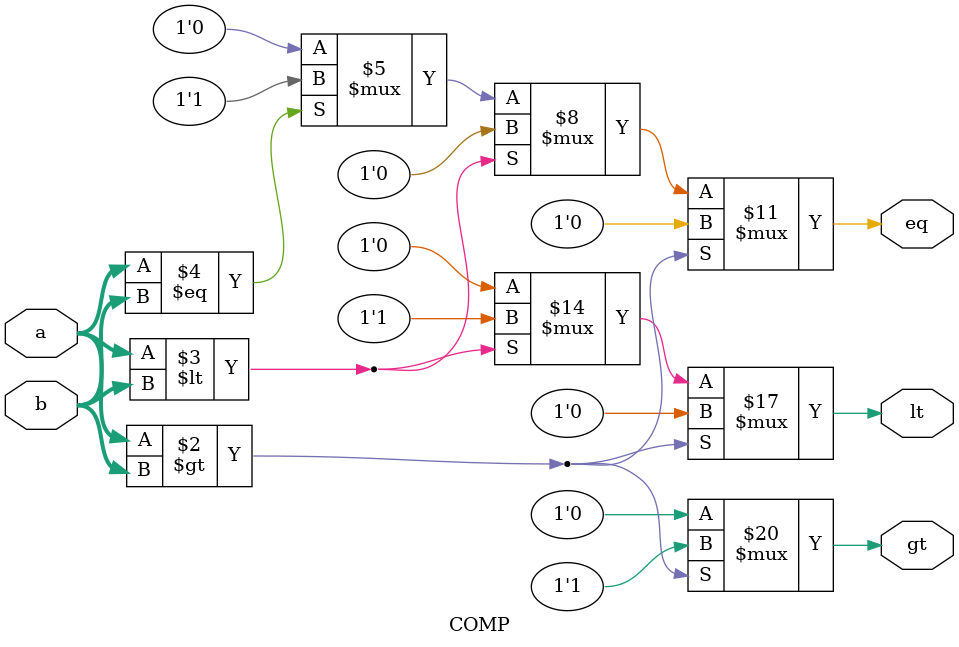
<source format=v>
`timescale 1ns / 1ps
module COMP(a, b, gt, lt, eq);
	parameter DATAWIDTH = 2;
	input [DATAWIDTH-1:0] a, b;
	output reg gt, lt, eq;
	
	always@(a,b)begin
		gt <= 0; lt <= 0; eq <= 0;
		
		if (a > b)
			gt <= 1;
		else if (a < b)
			lt <= 1;
		else if (a == b)
			eq <= 1;

	end
	
endmodule

</source>
